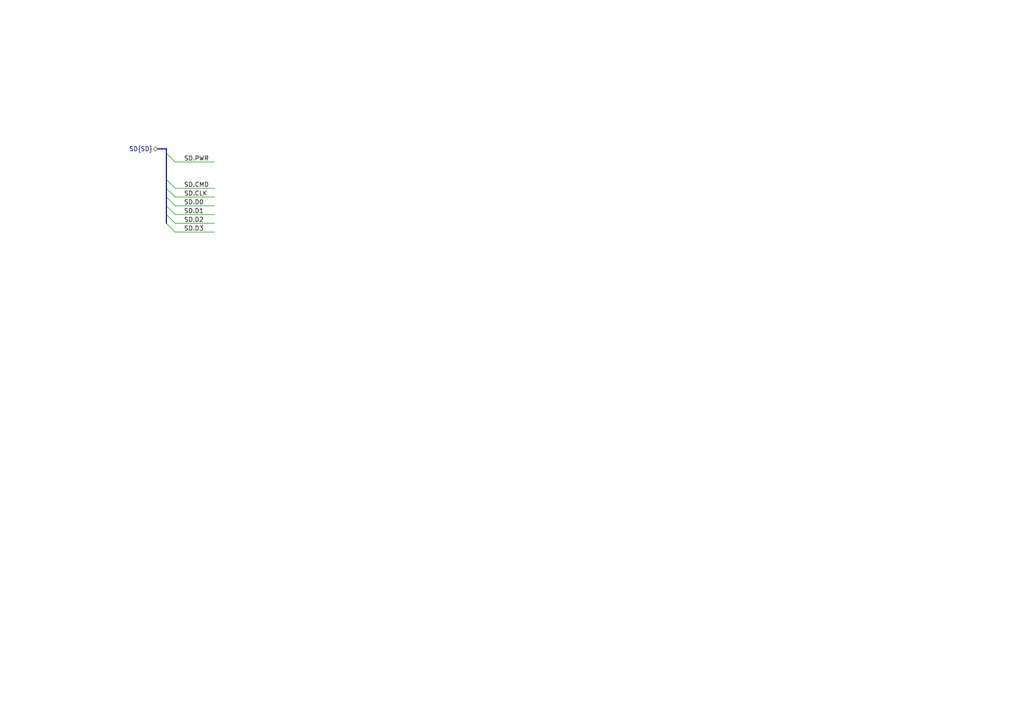
<source format=kicad_sch>
(kicad_sch (version 20201015) (generator eeschema)
  (paper "A4")
  (lib_symbols)
  (bus_entry (at 48.26 44.45) (size 2.54 2.54) (stroke (width 0.1524)))
  (bus_entry (at 48.26 52.07) (size 2.54 2.54) (stroke (width 0.1524)))
  (bus_entry (at 48.26 54.61) (size 2.54 2.54) (stroke (width 0.1524)))
  (bus_entry (at 48.26 57.15) (size 2.54 2.54) (stroke (width 0.1524)))
  (bus_entry (at 48.26 59.69) (size 2.54 2.54) (stroke (width 0.1524)))
  (bus_entry (at 48.26 62.23) (size 2.54 2.54) (stroke (width 0.1524)))
  (bus_entry (at 48.26 64.77) (size 2.54 2.54) (stroke (width 0.1524)))
  (wire (pts (xy 50.8 46.99) (xy 62.23 46.99)))
  (wire (pts (xy 50.8 54.61) (xy 62.23 54.61)))
  (wire (pts (xy 50.8 57.15) (xy 62.23 57.15)))
  (wire (pts (xy 50.8 59.69) (xy 62.23 59.69)))
  (wire (pts (xy 50.8 62.23) (xy 62.23 62.23)))
  (wire (pts (xy 50.8 64.77) (xy 62.23 64.77)))
  (wire (pts (xy 50.8 67.31) (xy 62.23 67.31)))
  (bus (pts (xy 45.72 43.18) (xy 48.26 43.18)))
  (bus (pts (xy 48.26 44.45) (xy 48.26 43.18)))
  (bus (pts (xy 48.26 52.07) (xy 48.26 44.45)))
  (bus (pts (xy 48.26 54.61) (xy 48.26 52.07)))
  (bus (pts (xy 48.26 57.15) (xy 48.26 54.61)))
  (bus (pts (xy 48.26 59.69) (xy 48.26 57.15)))
  (bus (pts (xy 48.26 62.23) (xy 48.26 59.69)))
  (bus (pts (xy 48.26 64.77) (xy 48.26 62.23)))
  (label "SD.PWR" (at 53.34 46.99 0))
  (label "SD.CMD" (at 53.34 54.61 0))
  (label "SD.CLK" (at 53.34 57.15 0))
  (label "SD.D0" (at 53.34 59.69 0))
  (label "SD.D1" (at 53.34 62.23 0))
  (label "SD.D2" (at 53.34 64.77 0))
  (label "SD.D3" (at 53.34 67.31 0))
  (hierarchical_label "SD{SD}" (shape bidirectional) (at 45.72 43.18 180))
)
</source>
